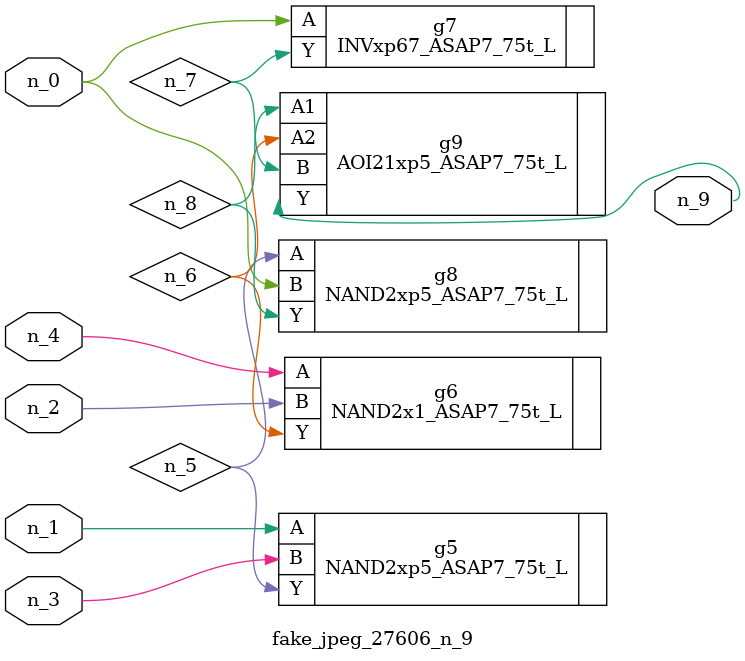
<source format=v>
module fake_jpeg_27606_n_9 (n_3, n_2, n_1, n_0, n_4, n_9);

input n_3;
input n_2;
input n_1;
input n_0;
input n_4;

output n_9;

wire n_8;
wire n_6;
wire n_5;
wire n_7;

NAND2xp5_ASAP7_75t_L g5 ( 
.A(n_1),
.B(n_3),
.Y(n_5)
);

NAND2x1_ASAP7_75t_L g6 ( 
.A(n_4),
.B(n_2),
.Y(n_6)
);

INVxp67_ASAP7_75t_L g7 ( 
.A(n_0),
.Y(n_7)
);

NAND2xp5_ASAP7_75t_L g8 ( 
.A(n_5),
.B(n_0),
.Y(n_8)
);

AOI21xp5_ASAP7_75t_L g9 ( 
.A1(n_8),
.A2(n_6),
.B(n_7),
.Y(n_9)
);


endmodule
</source>
